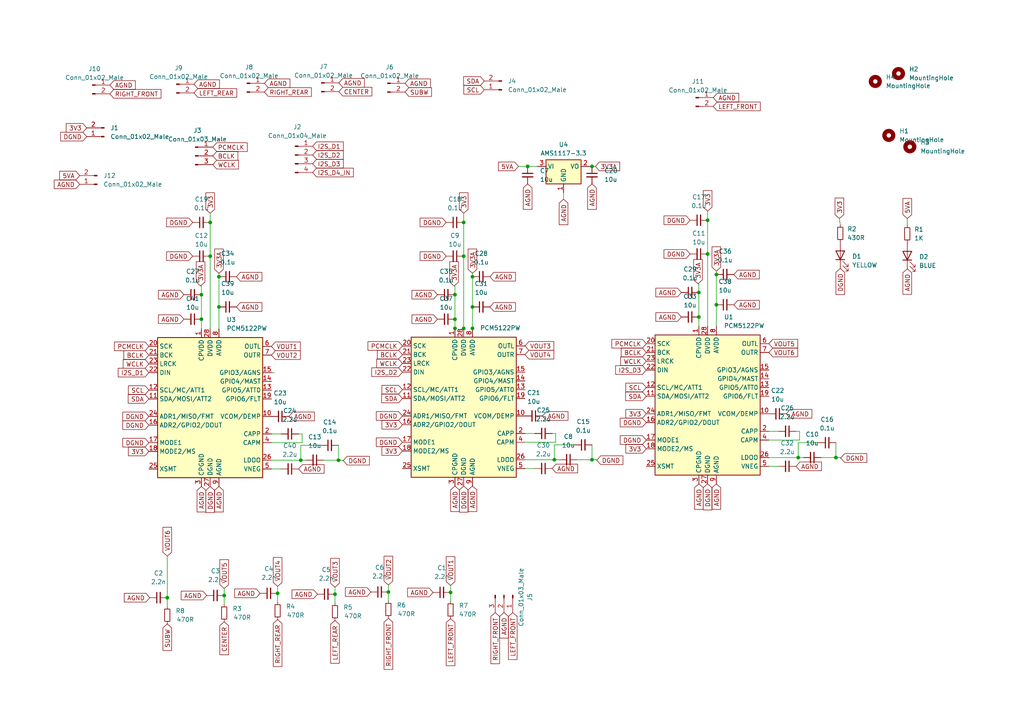
<source format=kicad_sch>
(kicad_sch (version 20230121) (generator eeschema)
  (paper "A4")
  (lib_symbols
    (symbol "Audio:PCM5122PW"
      (property "Reference" "U" (at -13.97 21.59 0))
      (property "Value" "PCM5122PW" (at 10.16 21.59 0))
      (symbol "PCM5122PW_0_1"
        (rectangle (start -15.24 20.32) (end 15.24 -20.32) (stroke (width 0.254)) (fill (type background)))
      )
      (symbol "PCM5122PW_1_1"
        (pin power_in line (at -2.54 22.86 270) (length 2.54) (name "CPVDD") (number "1"))
        (pin bidirectional line (at 17.78 -2.54 180) (length 2.54) (name "VCOM/DEMP") (number "10"))
        (pin bidirectional line (at -17.78 2.54 0) (length 2.54) (name "SDA/MOSI/ATT2") (number "11"))
        (pin input line (at -17.78 5.08 0) (length 2.54) (name "SCL/MC/ATT1") (number "12"))
        (pin bidirectional line (at 17.78 5.08 180) (length 2.54) (name "GPIO5/ATT0") (number "13"))
        (pin bidirectional line (at 17.78 7.62 180) (length 2.54) (name "GPIO4/MAST") (number "14"))
        (pin bidirectional line (at 17.78 10.16 180) (length 2.54) (name "GPIO3/AGNS") (number "15"))
        (pin bidirectional line (at -17.78 -5.08 0) (length 2.54) (name "ADR2/GPIO2/DOUT") (number "16"))
        (pin input line (at -17.78 -10.16 0) (length 2.54) (name "MODE1") (number "17"))
        (pin input line (at -17.78 -12.7 0) (length 2.54) (name "MODE2/MS") (number "18"))
        (pin bidirectional line (at 17.78 2.54 180) (length 2.54) (name "GPIO6/FLT") (number "19"))
        (pin passive line (at 17.78 -7.62 180) (length 2.54) (name "CAPP") (number "2"))
        (pin input line (at -17.78 17.78 0) (length 2.54) (name "SCK") (number "20"))
        (pin bidirectional line (at -17.78 15.24 0) (length 2.54) (name "BCK") (number "21"))
        (pin input line (at -17.78 10.16 0) (length 2.54) (name "DIN") (number "22"))
        (pin bidirectional line (at -17.78 12.7 0) (length 2.54) (name "LRCK") (number "23"))
        (pin bidirectional line (at -17.78 -2.54 0) (length 2.54) (name "ADR1/MISO/FMT") (number "24"))
        (pin input line (at -17.78 -17.78 0) (length 2.54) (name "XSMT") (number "25"))
        (pin passive line (at 17.78 -15.24 180) (length 2.54) (name "LDOO") (number "26"))
        (pin power_in line (at 0 -22.86 90) (length 2.54) (name "DGND") (number "27"))
        (pin power_in line (at 0 22.86 270) (length 2.54) (name "DVDD") (number "28"))
        (pin power_in line (at -2.54 -22.86 90) (length 2.54) (name "CPGND") (number "3"))
        (pin passive line (at 17.78 -10.16 180) (length 2.54) (name "CAPM") (number "4"))
        (pin passive line (at 17.78 -17.78 180) (length 2.54) (name "VNEG") (number "5"))
        (pin output line (at 17.78 17.78 180) (length 2.54) (name "OUTL") (number "6"))
        (pin output line (at 17.78 15.24 180) (length 2.54) (name "OUTR") (number "7"))
        (pin power_in line (at 2.54 22.86 270) (length 2.54) (name "AVDD") (number "8"))
        (pin power_in line (at 2.54 -22.86 90) (length 2.54) (name "AGND") (number "9"))
      )
    )
    (symbol "Connector:Conn_01x02_Male" (pin_names (offset 1.016) hide)
      (property "Reference" "J" (at 0 2.54 0))
      (property "Value" "Conn_01x02_Male" (at 0 -5.08 0))
      (symbol "Conn_01x02_Male_1_1"
        (polyline (pts (xy 1.27 -2.54) (xy 0.8636 -2.54)) (stroke (width 0.1524)))
        (polyline (pts (xy 1.27 0) (xy 0.8636 0)) (stroke (width 0.1524)))
        (rectangle (start 0.8636 -2.413) (end 0 -2.667) (stroke (width 0.1524)) (fill (type outline)))
        (rectangle (start 0.8636 0.127) (end 0 -0.127) (stroke (width 0.1524)) (fill (type outline)))
        (pin passive line (at 5.08 0 180) (length 3.81) (name "Pin_1") (number "1"))
        (pin passive line (at 5.08 -2.54 180) (length 3.81) (name "Pin_2") (number "2"))
      )
    )
    (symbol "Connector:Conn_01x03_Male" (pin_names (offset 1.016) hide)
      (property "Reference" "J" (at 0 5.08 0))
      (property "Value" "Conn_01x03_Male" (at 0 -5.08 0))
      (symbol "Conn_01x03_Male_1_1"
        (polyline (pts (xy 1.27 -2.54) (xy 0.8636 -2.54)) (stroke (width 0.1524)))
        (polyline (pts (xy 1.27 0) (xy 0.8636 0)) (stroke (width 0.1524)))
        (polyline (pts (xy 1.27 2.54) (xy 0.8636 2.54)) (stroke (width 0.1524)))
        (rectangle (start 0.8636 -2.413) (end 0 -2.667) (stroke (width 0.1524)) (fill (type outline)))
        (rectangle (start 0.8636 0.127) (end 0 -0.127) (stroke (width 0.1524)) (fill (type outline)))
        (rectangle (start 0.8636 2.667) (end 0 2.413) (stroke (width 0.1524)) (fill (type outline)))
        (pin passive line (at 5.08 2.54 180) (length 3.81) (name "Pin_1") (number "1"))
        (pin passive line (at 5.08 0 180) (length 3.81) (name "Pin_2") (number "2"))
        (pin passive line (at 5.08 -2.54 180) (length 3.81) (name "Pin_3") (number "3"))
      )
    )
    (symbol "Connector:Conn_01x04_Male" (pin_names (offset 1.016) hide)
      (property "Reference" "J" (at 0 5.08 0))
      (property "Value" "Conn_01x04_Male" (at 0 -7.62 0))
      (symbol "Conn_01x04_Male_1_1"
        (polyline (pts (xy 1.27 -5.08) (xy 0.8636 -5.08)) (stroke (width 0.1524)))
        (polyline (pts (xy 1.27 -2.54) (xy 0.8636 -2.54)) (stroke (width 0.1524)))
        (polyline (pts (xy 1.27 0) (xy 0.8636 0)) (stroke (width 0.1524)))
        (polyline (pts (xy 1.27 2.54) (xy 0.8636 2.54)) (stroke (width 0.1524)))
        (rectangle (start 0.8636 -4.953) (end 0 -5.207) (stroke (width 0.1524)) (fill (type outline)))
        (rectangle (start 0.8636 -2.413) (end 0 -2.667) (stroke (width 0.1524)) (fill (type outline)))
        (rectangle (start 0.8636 0.127) (end 0 -0.127) (stroke (width 0.1524)) (fill (type outline)))
        (rectangle (start 0.8636 2.667) (end 0 2.413) (stroke (width 0.1524)) (fill (type outline)))
        (pin passive line (at 5.08 2.54 180) (length 3.81) (name "Pin_1") (number "1"))
        (pin passive line (at 5.08 0 180) (length 3.81) (name "Pin_2") (number "2"))
        (pin passive line (at 5.08 -2.54 180) (length 3.81) (name "Pin_3") (number "3"))
        (pin passive line (at 5.08 -5.08 180) (length 3.81) (name "Pin_4") (number "4"))
      )
    )
    (symbol "Device:C_Small" (pin_numbers hide) (pin_names (offset 0.254) hide)
      (property "Reference" "C" (at 0.254 1.778 0))
      (property "Value" "C_Small" (at 0.254 -2.032 0))
      (symbol "C_Small_0_1"
        (polyline (pts (xy -1.524 -0.508) (xy 1.524 -0.508)) (stroke (width 0.3302)))
        (polyline (pts (xy -1.524 0.508) (xy 1.524 0.508)) (stroke (width 0.3048)))
      )
      (symbol "C_Small_1_1"
        (pin passive line (at 0 2.54 270) (length 2.032) (name "~") (number "1"))
        (pin passive line (at 0 -2.54 90) (length 2.032) (name "~") (number "2"))
      )
    )
    (symbol "Device:LED" (pin_numbers hide) (pin_names (offset 1.016) hide)
      (property "Reference" "D" (at 0 2.54 0))
      (property "Value" "LED" (at 0 -2.54 0))
      (symbol "LED_0_1"
        (polyline (pts (xy -1.27 -1.27) (xy -1.27 1.27)) (stroke (width 0.254)))
        (polyline (pts (xy -1.27 0) (xy 1.27 0)))
        (polyline (pts (xy 1.27 -1.27) (xy 1.27 1.27) (xy -1.27 0) (xy 1.27 -1.27)) (stroke (width 0.254)))
        (polyline (pts (xy -3.048 -0.762) (xy -4.572 -2.286) (xy -3.81 -2.286) (xy -4.572 -2.286) (xy -4.572 -1.524)))
        (polyline (pts (xy -1.778 -0.762) (xy -3.302 -2.286) (xy -2.54 -2.286) (xy -3.302 -2.286) (xy -3.302 -1.524)))
      )
      (symbol "LED_1_1"
        (pin passive line (at -3.81 0 0) (length 2.54) (name "K") (number "1"))
        (pin passive line (at 3.81 0 180) (length 2.54) (name "A") (number "2"))
      )
    )
    (symbol "Device:R_Small" (pin_numbers hide) (pin_names (offset 0.254) hide)
      (property "Reference" "R" (at 0.762 0.508 0))
      (property "Value" "R_Small" (at 0.762 -1.016 0))
      (symbol "R_Small_0_1"
        (rectangle (start -0.762 1.778) (end 0.762 -1.778) (stroke (width 0.2032)))
      )
      (symbol "R_Small_1_1"
        (pin passive line (at 0 2.54 270) (length 0.762) (name "~") (number "1"))
        (pin passive line (at 0 -2.54 90) (length 0.762) (name "~") (number "2"))
      )
    )
    (symbol "Mechanical:MountingHole" (pin_names (offset 1.016))
      (property "Reference" "H" (at 0 5.08 0))
      (property "Value" "MountingHole" (at 0 3.175 0))
      (symbol "MountingHole_0_1"
        (circle (center 0 0) (radius 1.27) (stroke (width 1.27)))
      )
    )
    (symbol "Regulator_Linear:AMS1117-3.3"
      (property "Reference" "U" (at -3.81 3.175 0))
      (property "Value" "AMS1117-3.3" (at 0 3.175 0))
      (symbol "AMS1117-3.3_0_1"
        (rectangle (start -5.08 -5.08) (end 5.08 1.905) (stroke (width 0.254)) (fill (type background)))
      )
      (symbol "AMS1117-3.3_1_1"
        (pin power_in line (at 0 -7.62 90) (length 2.54) (name "GND") (number "1"))
        (pin power_out line (at 7.62 0 180) (length 2.54) (name "VO") (number "2"))
        (pin power_in line (at -7.62 0 0) (length 2.54) (name "VI") (number "3"))
      )
    )
  )
  (junction (at 137.033 80.264))
  (junction (at 137.033 89.027))
  (junction (at 137.033 95.25))
  (junction (at 131.953 92.583))
  (junction (at 171.704 133.35))
  (junction (at 134.493 95.25))
  (junction (at 131.953 85.471))
  (junction (at 63.5 80.264))
  (junction (at 207.772 88.392))
  (junction (at 58.42 92.583))
  (junction (at 207.772 79.629))
  (junction (at 205.232 63.881))
  (junction (at 112.649 171.704))
  (junction (at 171.704 48.26))
  (junction (at 134.493 64.516))
  (junction (at 65.024 172.72))
  (junction (at 87.249 133.477))
  (junction (at 98.171 133.477))
  (junction (at 80.518 172.085))
  (junction (at 131.953 95.25))
  (junction (at 63.5 89.027))
  (junction (at 60.96 64.516))
  (junction (at 160.782 133.35))
  (junction (at 97.155 172.339))
  (junction (at 153.035 48.26))
  (junction (at 205.232 73.66))
  (junction (at 231.521 132.715))
  (junction (at 58.42 85.471))
  (junction (at 48.514 173.355))
  (junction (at 242.443 132.715))
  (junction (at 202.692 91.948))
  (junction (at 202.692 84.836))
  (junction (at 60.96 74.295))
  (junction (at 134.493 74.295))
  (junction (at 130.683 171.831))
  (wire (pts (xy 80.518 170.053) (xy 80.518 172.085)))
  (wire (pts (xy 130.683 171.831) (xy 130.683 174.371)))
  (wire (pts (xy 60.96 64.516) (xy 60.96 74.295)))
  (wire (pts (xy 81.534 136.017) (xy 78.74 136.017)))
  (wire (pts (xy 231.902 127.635) (xy 223.012 127.635)))
  (wire (pts (xy 172.974 133.477) (xy 172.974 133.35)))
  (wire (pts (xy 97.155 172.339) (xy 97.155 174.879)))
  (wire (pts (xy 131.953 92.583) (xy 131.953 95.25)))
  (wire (pts (xy 231.521 128.397) (xy 231.521 132.715)))
  (wire (pts (xy 58.42 82.931) (xy 58.42 85.471)))
  (wire (pts (xy 58.42 85.471) (xy 58.42 92.583)))
  (wire (pts (xy 87.249 129.159) (xy 87.249 133.477)))
  (wire (pts (xy 171.704 133.35) (xy 167.386 133.35)))
  (wire (pts (xy 225.806 125.095) (xy 223.012 125.095)))
  (wire (pts (xy 243.713 132.842) (xy 243.713 132.715)))
  (wire (pts (xy 48.514 161.29) (xy 48.514 173.355)))
  (wire (pts (xy 48.514 173.355) (xy 48.514 175.895)))
  (wire (pts (xy 112.649 169.672) (xy 112.649 171.704)))
  (wire (pts (xy 137.033 89.027) (xy 137.033 95.25)))
  (wire (pts (xy 81.534 125.857) (xy 78.74 125.857)))
  (wire (pts (xy 65.024 172.72) (xy 65.024 175.26)))
  (wire (pts (xy 171.704 48.26) (xy 171.069 48.26)))
  (wire (pts (xy 58.42 92.583) (xy 58.42 95.377)))
  (wire (pts (xy 231.521 128.397) (xy 237.363 128.397)))
  (wire (pts (xy 153.035 48.26) (xy 155.829 48.26)))
  (wire (pts (xy 172.974 133.35) (xy 171.704 133.35)))
  (wire (pts (xy 155.067 135.89) (xy 152.273 135.89)))
  (wire (pts (xy 131.953 85.471) (xy 131.953 92.583)))
  (wire (pts (xy 160.782 129.032) (xy 160.782 133.35)))
  (wire (pts (xy 225.806 135.255) (xy 223.012 135.255)))
  (wire (pts (xy 99.568 133.604) (xy 99.441 133.604)))
  (wire (pts (xy 173.101 133.477) (xy 172.974 133.477)))
  (wire (pts (xy 233.045 132.715) (xy 231.521 132.715)))
  (wire (pts (xy 137.033 95.25) (xy 137.033 95.377)))
  (wire (pts (xy 86.614 125.857) (xy 87.63 125.857)))
  (wire (pts (xy 205.232 61.214) (xy 205.232 63.881)))
  (wire (pts (xy 243.84 132.842) (xy 243.713 132.842)))
  (wire (pts (xy 160.782 133.35) (xy 152.273 133.35)))
  (wire (pts (xy 202.692 82.296) (xy 202.692 84.836)))
  (wire (pts (xy 131.699 82.931) (xy 131.953 82.931)))
  (wire (pts (xy 98.171 129.159) (xy 98.171 133.477)))
  (wire (pts (xy 131.953 82.931) (xy 131.953 85.471)))
  (wire (pts (xy 134.493 61.849) (xy 134.493 64.516)))
  (wire (pts (xy 60.96 61.849) (xy 60.96 64.516)))
  (wire (pts (xy 134.493 74.295) (xy 134.493 95.25)))
  (wire (pts (xy 161.163 128.27) (xy 152.273 128.27)))
  (wire (pts (xy 231.521 132.715) (xy 223.012 132.715)))
  (wire (pts (xy 160.147 125.73) (xy 161.163 125.73)))
  (wire (pts (xy 137.033 80.264) (xy 137.033 89.027)))
  (wire (pts (xy 163.449 57.785) (xy 163.449 55.88)))
  (wire (pts (xy 63.5 79.248) (xy 63.5 80.264)))
  (wire (pts (xy 243.459 63.373) (xy 243.713 65.151)))
  (wire (pts (xy 202.438 82.296) (xy 202.692 82.296)))
  (wire (pts (xy 150.368 48.26) (xy 153.035 48.26)))
  (wire (pts (xy 87.249 133.477) (xy 78.74 133.477)))
  (wire (pts (xy 97.155 170.307) (xy 97.155 172.339)))
  (wire (pts (xy 207.772 78.613) (xy 207.772 79.629)))
  (wire (pts (xy 207.772 88.392) (xy 207.772 94.615)))
  (wire (pts (xy 87.63 128.397) (xy 78.74 128.397)))
  (wire (pts (xy 162.306 133.35) (xy 160.782 133.35)))
  (wire (pts (xy 112.649 171.704) (xy 112.649 174.244)))
  (wire (pts (xy 58.166 82.931) (xy 58.42 82.931)))
  (wire (pts (xy 171.704 129.032) (xy 171.704 133.35)))
  (wire (pts (xy 131.953 95.25) (xy 131.953 95.377)))
  (wire (pts (xy 207.772 79.629) (xy 207.772 88.392)))
  (wire (pts (xy 87.63 125.857) (xy 87.63 128.397)))
  (wire (pts (xy 134.493 95.25) (xy 134.493 95.377)))
  (wire (pts (xy 202.692 84.836) (xy 202.692 91.948)))
  (wire (pts (xy 231.902 125.095) (xy 231.902 127.635)))
  (wire (pts (xy 63.5 80.264) (xy 63.5 89.027)))
  (wire (pts (xy 155.067 125.73) (xy 152.273 125.73)))
  (wire (pts (xy 65.024 170.688) (xy 65.024 172.72)))
  (wire (pts (xy 99.441 133.477) (xy 98.171 133.477)))
  (wire (pts (xy 88.773 133.477) (xy 87.249 133.477)))
  (wire (pts (xy 242.443 128.397) (xy 242.443 132.715)))
  (wire (pts (xy 172.72 48.26) (xy 171.704 48.26)))
  (wire (pts (xy 161.163 125.73) (xy 161.163 128.27)))
  (wire (pts (xy 205.232 63.881) (xy 205.232 73.66)))
  (wire (pts (xy 160.782 129.032) (xy 166.624 129.032)))
  (wire (pts (xy 63.5 89.027) (xy 63.5 95.377)))
  (wire (pts (xy 134.493 64.516) (xy 134.493 74.295)))
  (wire (pts (xy 98.171 133.477) (xy 93.853 133.477)))
  (wire (pts (xy 99.441 133.604) (xy 99.441 133.477)))
  (wire (pts (xy 202.692 91.948) (xy 202.692 94.615)))
  (wire (pts (xy 137.033 79.248) (xy 137.033 80.264)))
  (wire (pts (xy 242.443 132.715) (xy 238.125 132.715)))
  (wire (pts (xy 79.629 108.077) (xy 78.74 108.077)))
  (wire (pts (xy 263.144 63.373) (xy 263.144 65.278)))
  (wire (pts (xy 80.518 172.085) (xy 80.518 174.625)))
  (wire (pts (xy 230.886 125.095) (xy 231.902 125.095)))
  (wire (pts (xy 60.96 74.295) (xy 60.96 95.377)))
  (wire (pts (xy 205.232 73.66) (xy 205.232 94.615)))
  (wire (pts (xy 243.713 132.715) (xy 242.443 132.715)))
  (wire (pts (xy 130.683 169.799) (xy 130.683 171.831)))
  (wire (pts (xy 87.249 129.159) (xy 93.091 129.159)))
  (global_label "AGND" (shape input) (at 230.886 135.255 0) (property "Intersheetrefs" "${INTERSHEET_REFS}" (effects hide)))
  (global_label "3V3" (shape input) (at 60.96 61.849 90) (property "Intersheetrefs" "${INTERSHEET_REFS}" (effects hide)))
  (global_label "I2S_D2" (shape input) (at 90.678 44.958 0) (property "Intersheetrefs" "${INTERSHEET_REFS}" (effects hide)))
  (global_label "AGND" (shape input) (at 125.603 171.831 180) (property "Intersheetrefs" "${INTERSHEET_REFS}" (effects hide)))
  (global_label "DGND" (shape input) (at 116.713 120.65 180) (property "Intersheetrefs" "${INTERSHEET_REFS}" (effects hide)))
  (global_label "3V3" (shape input) (at 43.18 130.937 180) (property "Intersheetrefs" "${INTERSHEET_REFS}" (effects hide)))
  (global_label "AGND" (shape input) (at 68.58 89.027 0) (property "Intersheetrefs" "${INTERSHEET_REFS}" (effects hide)))
  (global_label "LEFT_REAR" (shape input) (at 56.2528 26.958 0) (property "Intersheetrefs" "${INTERSHEET_REFS}" (effects hide)))
  (global_label "AGND" (shape input) (at 157.353 120.65 0) (property "Intersheetrefs" "${INTERSHEET_REFS}" (effects hide)))
  (global_label "RIGHT_REAR" (shape input) (at 80.518 179.705 270) (property "Intersheetrefs" "${INTERSHEET_REFS}" (effects hide)))
  (global_label "AGND" (shape input) (at 117.4668 24.164 0) (property "Intersheetrefs" "${INTERSHEET_REFS}" (effects hide)))
  (global_label "3V3A" (shape input) (at 202.438 82.296 90) (property "Intersheetrefs" "${INTERSHEET_REFS}" (effects hide)))
  (global_label "3V3" (shape input) (at 116.713 123.19 180) (property "Intersheetrefs" "${INTERSHEET_REFS}" (effects hide)))
  (global_label "3V3" (shape input) (at 116.713 130.81 180) (property "Intersheetrefs" "${INTERSHEET_REFS}" (effects hide)))
  (global_label "LEFT_FRONT" (shape input) (at 148.717 177.673 270) (property "Intersheetrefs" "${INTERSHEET_REFS}" (effects hide)))
  (global_label "SCL" (shape input) (at 116.713 113.03 180) (property "Intersheetrefs" "${INTERSHEET_REFS}" (effects hide)))
  (global_label "RIGHT_FRONT" (shape input) (at 143.637 177.673 270) (property "Intersheetrefs" "${INTERSHEET_REFS}" (effects hide)))
  (global_label "BCLK" (shape input) (at 61.722 45.212 0) (property "Intersheetrefs" "${INTERSHEET_REFS}" (effects hide)))
  (global_label "DGND" (shape input) (at 43.18 128.397 180) (property "Intersheetrefs" "${INTERSHEET_REFS}" (effects hide)))
  (global_label "3V3" (shape input) (at 187.452 130.175 180) (property "Intersheetrefs" "${INTERSHEET_REFS}" (effects hide)))
  (global_label "VOUT1" (shape input) (at 130.683 169.799 90) (property "Intersheetrefs" "${INTERSHEET_REFS}" (effects hide)))
  (global_label "LEFT_REAR" (shape input) (at 97.155 179.959 270) (property "Intersheetrefs" "${INTERSHEET_REFS}" (effects hide)))
  (global_label "AGND" (shape input) (at 137.033 140.97 270) (property "Intersheetrefs" "${INTERSHEET_REFS}" (effects hide)))
  (global_label "CENTER" (shape input) (at 98.2898 26.577 0) (property "Intersheetrefs" "${INTERSHEET_REFS}" (effects hide)))
  (global_label "3V3A" (shape input) (at 172.72 48.26 0) (property "Intersheetrefs" "${INTERSHEET_REFS}" (effects hide)))
  (global_label "DGND" (shape input) (at 55.88 64.516 180) (property "Intersheetrefs" "${INTERSHEET_REFS}" (effects hide)))
  (global_label "VOUT2" (shape input) (at 78.74 102.997 0) (property "Intersheetrefs" "${INTERSHEET_REFS}" (effects hide)))
  (global_label "VOUT2" (shape input) (at 112.649 169.672 90) (property "Intersheetrefs" "${INTERSHEET_REFS}" (effects hide)))
  (global_label "SDA" (shape input) (at 140.462 23.495 180) (property "Intersheetrefs" "${INTERSHEET_REFS}" (effects hide)))
  (global_label "5VA" (shape input) (at 150.368 48.26 180) (property "Intersheetrefs" "${INTERSHEET_REFS}" (effects hide)))
  (global_label "DGND" (shape input) (at 60.96 141.097 270) (property "Intersheetrefs" "${INTERSHEET_REFS}" (effects hide)))
  (global_label "AGND" (shape input) (at 98.2898 24.037 0) (property "Intersheetrefs" "${INTERSHEET_REFS}" (effects hide)))
  (global_label "WCLK" (shape input) (at 61.722 47.752 0) (property "Intersheetrefs" "${INTERSHEET_REFS}" (effects hide)))
  (global_label "PCMCLK" (shape input) (at 61.722 42.672 0) (property "Intersheetrefs" "${INTERSHEET_REFS}" (effects hide)))
  (global_label "I2S_D3" (shape input) (at 187.452 107.315 180) (property "Intersheetrefs" "${INTERSHEET_REFS}" (effects hide)))
  (global_label "3V3" (shape input) (at 187.452 120.015 180) (property "Intersheetrefs" "${INTERSHEET_REFS}" (effects hide)))
  (global_label "AGND" (shape input) (at 43.434 173.355 180) (property "Intersheetrefs" "${INTERSHEET_REFS}" (effects hide)))
  (global_label "DGND" (shape input) (at 173.101 133.477 0) (property "Intersheetrefs" "${INTERSHEET_REFS}" (effects hide)))
  (global_label "AGND" (shape input) (at 53.34 92.583 180) (property "Intersheetrefs" "${INTERSHEET_REFS}" (effects hide)))
  (global_label "AGND" (shape input) (at 171.704 53.34 270) (property "Intersheetrefs" "${INTERSHEET_REFS}" (effects hide)))
  (global_label "AGND" (shape input) (at 197.612 84.836 180) (property "Intersheetrefs" "${INTERSHEET_REFS}" (effects hide)))
  (global_label "VOUT4" (shape input) (at 80.518 170.053 90) (property "Intersheetrefs" "${INTERSHEET_REFS}" (effects hide)))
  (global_label "AGND" (shape input) (at 202.692 140.335 270) (property "Intersheetrefs" "${INTERSHEET_REFS}" (effects hide)))
  (global_label "DGND" (shape input) (at 243.84 132.842 0) (property "Intersheetrefs" "${INTERSHEET_REFS}" (effects hide)))
  (global_label "AGND" (shape input) (at 163.449 57.785 270) (property "Intersheetrefs" "${INTERSHEET_REFS}" (effects hide)))
  (global_label "DGND" (shape input) (at 129.413 64.516 180) (property "Intersheetrefs" "${INTERSHEET_REFS}" (effects hide)))
  (global_label "AGND" (shape input) (at 207.772 140.335 270) (property "Intersheetrefs" "${INTERSHEET_REFS}" (effects hide)))
  (global_label "3V3A" (shape input) (at 58.166 82.931 90) (property "Intersheetrefs" "${INTERSHEET_REFS}" (effects hide)))
  (global_label "AGND" (shape input) (at 131.953 140.97 270) (property "Intersheetrefs" "${INTERSHEET_REFS}" (effects hide)))
  (global_label "AGND" (shape input) (at 31.8688 24.672 0) (property "Intersheetrefs" "${INTERSHEET_REFS}" (effects hide)))
  (global_label "VOUT5" (shape input) (at 223.012 99.695 0) (property "Intersheetrefs" "${INTERSHEET_REFS}" (effects hide)))
  (global_label "3V3A" (shape input) (at 207.772 78.613 90) (property "Intersheetrefs" "${INTERSHEET_REFS}" (effects hide)))
  (global_label "BCLK" (shape input) (at 187.452 102.235 180) (property "Intersheetrefs" "${INTERSHEET_REFS}" (effects hide)))
  (global_label "3V3A" (shape input) (at 137.033 79.248 90) (property "Intersheetrefs" "${INTERSHEET_REFS}" (effects hide)))
  (global_label "LEFT_FRONT" (shape input) (at 206.883 30.861 0) (property "Intersheetrefs" "${INTERSHEET_REFS}" (effects hide)))
  (global_label "SUBW" (shape input) (at 117.4668 26.704 0) (property "Intersheetrefs" "${INTERSHEET_REFS}" (effects hide)))
  (global_label "AGND" (shape input) (at 206.883 28.321 0) (property "Intersheetrefs" "${INTERSHEET_REFS}" (effects hide)))
  (global_label "AGND" (shape input) (at 56.2528 24.418 0) (property "Intersheetrefs" "${INTERSHEET_REFS}" (effects hide)))
  (global_label "LEFT_FRONT" (shape input) (at 130.683 179.451 270) (property "Intersheetrefs" "${INTERSHEET_REFS}" (effects hide)))
  (global_label "WCLK" (shape input) (at 187.452 104.775 180) (property "Intersheetrefs" "${INTERSHEET_REFS}" (effects hide)))
  (global_label "AGND" (shape input) (at 68.58 80.264 0) (property "Intersheetrefs" "${INTERSHEET_REFS}" (effects hide)))
  (global_label "AGND" (shape input) (at 228.092 120.015 0) (property "Intersheetrefs" "${INTERSHEET_REFS}" (effects hide)))
  (global_label "AGND" (shape input) (at 76.6998 24.164 0) (property "Intersheetrefs" "${INTERSHEET_REFS}" (effects hide)))
  (global_label "VOUT3" (shape input) (at 97.155 170.307 90) (property "Intersheetrefs" "${INTERSHEET_REFS}" (effects hide)))
  (global_label "DGND" (shape input) (at 55.88 74.295 180) (property "Intersheetrefs" "${INTERSHEET_REFS}" (effects hide)))
  (global_label "3V3A" (shape input) (at 63.5 79.248 90) (property "Intersheetrefs" "${INTERSHEET_REFS}" (effects hide)))
  (global_label "DGND" (shape input) (at 200.152 73.66 180) (property "Intersheetrefs" "${INTERSHEET_REFS}" (effects hide)))
  (global_label "3V3" (shape input) (at 205.232 61.214 90) (property "Intersheetrefs" "${INTERSHEET_REFS}" (effects hide)))
  (global_label "RIGHT_FRONT" (shape input) (at 112.649 179.324 270) (property "Intersheetrefs" "${INTERSHEET_REFS}" (effects hide)))
  (global_label "DGND" (shape input) (at 129.413 74.295 180) (property "Intersheetrefs" "${INTERSHEET_REFS}" (effects hide)))
  (global_label "DGND" (shape input) (at 134.493 140.97 270) (property "Intersheetrefs" "${INTERSHEET_REFS}" (effects hide)))
  (global_label "I2S_D1" (shape input) (at 43.18 108.077 180) (property "Intersheetrefs" "${INTERSHEET_REFS}" (effects hide)))
  (global_label "DGND" (shape input) (at 99.568 133.604 0) (property "Intersheetrefs" "${INTERSHEET_REFS}" (effects hide)))
  (global_label "VOUT4" (shape input) (at 152.273 102.87 0) (property "Intersheetrefs" "${INTERSHEET_REFS}" (effects hide)))
  (global_label "DGND" (shape input) (at 43.18 120.777 180) (property "Intersheetrefs" "${INTERSHEET_REFS}" (effects hide)))
  (global_label "I2S_D1" (shape input) (at 90.678 42.418 0) (property "Intersheetrefs" "${INTERSHEET_REFS}" (effects hide)))
  (global_label "AGND" (shape input) (at 59.944 172.72 180) (property "Intersheetrefs" "${INTERSHEET_REFS}" (effects hide)))
  (global_label "AGND" (shape input) (at 92.075 172.339 180) (property "Intersheetrefs" "${INTERSHEET_REFS}" (effects hide)))
  (global_label "SCL" (shape input) (at 140.462 26.035 180) (property "Intersheetrefs" "${INTERSHEET_REFS}" (effects hide)))
  (global_label "5VA" (shape input) (at 23.114 50.927 180) (property "Intersheetrefs" "${INTERSHEET_REFS}" (effects hide)))
  (global_label "DGND" (shape input) (at 116.713 128.27 180) (property "Intersheetrefs" "${INTERSHEET_REFS}" (effects hide)))
  (global_label "AGND" (shape input) (at 126.873 92.583 180) (property "Intersheetrefs" "${INTERSHEET_REFS}" (effects hide)))
  (global_label "DGND" (shape input) (at 25.146 39.624 180) (property "Intersheetrefs" "${INTERSHEET_REFS}" (effects hide)))
  (global_label "AGND" (shape input) (at 197.612 91.948 180) (property "Intersheetrefs" "${INTERSHEET_REFS}" (effects hide)))
  (global_label "AGND" (shape input) (at 63.5 141.097 270) (property "Intersheetrefs" "${INTERSHEET_REFS}" (effects hide)))
  (global_label "AGND" (shape input) (at 86.614 136.017 0) (property "Intersheetrefs" "${INTERSHEET_REFS}" (effects hide)))
  (global_label "BCLK" (shape input) (at 116.713 102.87 180) (property "Intersheetrefs" "${INTERSHEET_REFS}" (effects hide)))
  (global_label "AGND" (shape input) (at 142.113 89.027 0) (property "Intersheetrefs" "${INTERSHEET_REFS}" (effects hide)))
  (global_label "SCL" (shape input) (at 43.18 113.157 180) (property "Intersheetrefs" "${INTERSHEET_REFS}" (effects hide)))
  (global_label "SDA" (shape input) (at 187.452 114.935 180) (property "Intersheetrefs" "${INTERSHEET_REFS}" (effects hide)))
  (global_label "AGND" (shape input) (at 263.144 77.978 270) (property "Intersheetrefs" "${INTERSHEET_REFS}" (effects hide)))
  (global_label "5VA" (shape input) (at 263.144 63.373 90) (property "Intersheetrefs" "${INTERSHEET_REFS}" (effects hide)))
  (global_label "AGND" (shape input) (at 23.114 53.467 180) (property "Intersheetrefs" "${INTERSHEET_REFS}" (effects hide)))
  (global_label "CENTER" (shape input) (at 65.024 180.34 270) (property "Intersheetrefs" "${INTERSHEET_REFS}" (effects hide)))
  (global_label "AGND" (shape input) (at 107.569 171.704 180) (property "Intersheetrefs" "${INTERSHEET_REFS}" (effects hide)))
  (global_label "I2S_D4_IN" (shape input) (at 90.678 50.038 0) (property "Intersheetrefs" "${INTERSHEET_REFS}" (effects hide)))
  (global_label "DGND" (shape input) (at 205.232 140.335 270) (property "Intersheetrefs" "${INTERSHEET_REFS}" (effects hide)))
  (global_label "DGND" (shape input) (at 200.152 63.881 180) (property "Intersheetrefs" "${INTERSHEET_REFS}" (effects hide)))
  (global_label "3V3" (shape input) (at 134.493 61.849 90) (property "Intersheetrefs" "${INTERSHEET_REFS}" (effects hide)))
  (global_label "SDA" (shape input) (at 43.18 115.697 180) (property "Intersheetrefs" "${INTERSHEET_REFS}" (effects hide)))
  (global_label "AGND" (shape input) (at 75.438 172.085 180) (property "Intersheetrefs" "${INTERSHEET_REFS}" (effects hide)))
  (global_label "I2S_D3" (shape input) (at 90.678 47.498 0) (property "Intersheetrefs" "${INTERSHEET_REFS}" (effects hide)))
  (global_label "RIGHT_FRONT" (shape input) (at 31.8688 27.212 0) (property "Intersheetrefs" "${INTERSHEET_REFS}" (effects hide)))
  (global_label "VOUT3" (shape input) (at 152.273 100.33 0) (property "Intersheetrefs" "${INTERSHEET_REFS}" (effects hide)))
  (global_label "AGND" (shape input) (at 212.852 88.392 0) (property "Intersheetrefs" "${INTERSHEET_REFS}" (effects hide)))
  (global_label "DGND" (shape input) (at 187.452 122.555 180) (property "Intersheetrefs" "${INTERSHEET_REFS}" (effects hide)))
  (global_label "VOUT6" (shape input) (at 48.514 161.29 90) (property "Intersheetrefs" "${INTERSHEET_REFS}" (effects hide)))
  (global_label "AGND" (shape input) (at 142.113 80.264 0) (property "Intersheetrefs" "${INTERSHEET_REFS}" (effects hide)))
  (global_label "VOUT6" (shape input) (at 223.012 102.235 0) (property "Intersheetrefs" "${INTERSHEET_REFS}" (effects hide)))
  (global_label "3V3" (shape input) (at 25.146 37.084 180) (property "Intersheetrefs" "${INTERSHEET_REFS}" (effects hide)))
  (global_label "SCL" (shape input) (at 187.452 112.395 180) (property "Intersheetrefs" "${INTERSHEET_REFS}" (effects hide)))
  (global_label "WCLK" (shape input) (at 43.18 105.537 180) (property "Intersheetrefs" "${INTERSHEET_REFS}" (effects hide)))
  (global_label "AGND" (shape input) (at 58.42 141.097 270) (property "Intersheetrefs" "${INTERSHEET_REFS}" (effects hide)))
  (global_label "3V3" (shape input) (at 243.459 63.373 90) (property "Intersheetrefs" "${INTERSHEET_REFS}" (effects hide)))
  (global_label "WCLK" (shape input) (at 116.713 105.41 180) (property "Intersheetrefs" "${INTERSHEET_REFS}" (effects hide)))
  (global_label "RIGHT_REAR" (shape input) (at 76.6998 26.704 0) (property "Intersheetrefs" "${INTERSHEET_REFS}" (effects hide)))
  (global_label "3V3A" (shape input) (at 131.699 82.931 90) (property "Intersheetrefs" "${INTERSHEET_REFS}" (effects hide)))
  (global_label "DGND" (shape input) (at 43.18 123.317 180) (property "Intersheetrefs" "${INTERSHEET_REFS}" (effects hide)))
  (global_label "AGND" (shape input) (at 153.035 53.34 270) (property "Intersheetrefs" "${INTERSHEET_REFS}" (effects hide)))
  (global_label "AGND" (shape input) (at 53.34 85.471 180) (property "Intersheetrefs" "${INTERSHEET_REFS}" (effects hide)))
  (global_label "VOUT1" (shape input) (at 78.74 100.457 0) (property "Intersheetrefs" "${INTERSHEET_REFS}" (effects hide)))
  (global_label "BCLK" (shape input) (at 43.18 102.997 180) (property "Intersheetrefs" "${INTERSHEET_REFS}" (effects hide)))
  (global_label "SDA" (shape input) (at 116.713 115.57 180) (property "Intersheetrefs" "${INTERSHEET_REFS}" (effects hide)))
  (global_label "DGND" (shape input) (at 187.452 127.635 180) (property "Intersheetrefs" "${INTERSHEET_REFS}" (effects hide)))
  (global_label "AGND" (shape input) (at 160.147 135.89 0) (property "Intersheetrefs" "${INTERSHEET_REFS}" (effects hide)))
  (global_label "DGND" (shape input) (at 243.713 77.851 270) (property "Intersheetrefs" "${INTERSHEET_REFS}" (effects hide)))
  (global_label "AGND" (shape input) (at 212.852 79.629 0) (property "Intersheetrefs" "${INTERSHEET_REFS}" (effects hide)))
  (global_label "I2S_D2" (shape input) (at 116.713 107.95 180) (property "Intersheetrefs" "${INTERSHEET_REFS}" (effects hide)))
  (global_label "SUBW" (shape input) (at 48.514 180.975 270) (property "Intersheetrefs" "${INTERSHEET_REFS}" (effects hide)))
  (global_label "PCMCLK" (shape input) (at 116.713 100.33 180) (property "Intersheetrefs" "${INTERSHEET_REFS}" (effects hide)))
  (global_label "PCMCLK" (shape input) (at 43.18 100.457 180) (property "Intersheetrefs" "${INTERSHEET_REFS}" (effects hide)))
  (global_label "AGND" (shape input) (at 146.177 177.673 270) (property "Intersheetrefs" "${INTERSHEET_REFS}" (effects hide)))
  (global_label "VOUT5" (shape input) (at 65.024 170.688 90) (property "Intersheetrefs" "${INTERSHEET_REFS}" (effects hide)))
  (global_label "AGND" (shape input) (at 83.82 120.777 0) (property "Intersheetrefs" "${INTERSHEET_REFS}" (effects hide)))
  (global_label "AGND" (shape input) (at 126.873 85.471 180) (property "Intersheetrefs" "${INTERSHEET_REFS}" (effects hide)))
  (global_label "PCMCLK" (shape input) (at 187.452 99.695 180) (property "Intersheetrefs" "${INTERSHEET_REFS}" (effects hide)))
  (symbol (lib_id "Device:C_Small") (at 164.846 133.35 270) (unit 1)
    (property "Reference" "C8" (at 164.8396 126.619 90))
    (property "Value" "10u" (at 164.8396 129.159 90))
    (property "Footprint" "Capacitor_SMD:C_1206_3216Metric_Pad1.33x1.80mm_HandSolder" (effects hide))
  )
  (symbol (lib_id "Connector:Conn_01x02_Male") (at 145.542 26.035 180) (unit 1)
    (property "Reference" "J4" (at 147.32 23.4949 0) (effects (justify right)))
    (property "Value" "Conn_01x02_Male" (at 147.32 26.0349 0) (effects (justify right)))
    (property "Footprint" "Connector_JST:JST_PH_B2B-PH-K_1x02_P2.00mm_Vertical" (effects hide))
  )
  (symbol (lib_id "Connector:Conn_01x02_Male") (at 71.6198 24.164 0) (unit 1)
    (property "Reference" "J8" (at 72.2548 19.465 0))
    (property "Value" "Conn_01x02_Male" (at 72.2548 22.005 0))
    (property "Footprint" "Connector_JST:JST_PH_B2B-PH-K_1x02_P2.00mm_Vertical" (effects hide))
  )
  (symbol (lib_id "Device:C_Small") (at 239.903 128.397 90) (unit 1)
    (property "Reference" "C16" (at 239.9093 121.666 90))
    (property "Value" "0.1u" (at 239.9093 124.206 90))
    (property "Footprint" "Capacitor_SMD:C_0805_2012Metric_Pad1.18x1.45mm_HandSolder" (effects hide))
  )
  (symbol (lib_id "Connector:Conn_01x02_Male") (at 112.3868 24.164 0) (unit 1)
    (property "Reference" "J6" (at 113.0218 19.465 0))
    (property "Value" "Conn_01x02_Male" (at 113.0218 22.005 0))
    (property "Footprint" "Connector_JST:JST_PH_B2B-PH-K_1x02_P2.00mm_Vertical" (effects hide))
  )
  (symbol (lib_id "Connector:Conn_01x02_Male") (at 201.803 28.321 0) (unit 1)
    (property "Reference" "J11" (at 202.438 23.622 0))
    (property "Value" "Conn_01x02_Male" (at 202.438 26.162 0))
    (property "Footprint" "Connector_JST:JST_PH_B2B-PH-K_1x02_P2.00mm_Vertical" (effects hide))
  )
  (symbol (lib_id "Device:C_Small") (at 77.978 172.085 90) (unit 1)
    (property "Reference" "C4" (at 77.9843 164.973 90))
    (property "Value" "2.2n" (at 77.9843 167.513 90))
    (property "Footprint" "Capacitor_SMD:C_1206_3216Metric_Pad1.33x1.80mm_HandSolder" (effects hide))
  )
  (symbol (lib_id "Connector:Conn_01x03_Male") (at 56.642 45.212 0) (unit 1)
    (property "Reference" "J3" (at 57.277 37.846 0))
    (property "Value" "Conn_01x03_Male" (at 57.277 40.386 0))
    (property "Footprint" "Connector_JST:JST_PH_B3B-PH-K_1x03_P2.00mm_Vertical" (effects hide))
  )
  (symbol (lib_id "Device:C_Small") (at 154.813 120.65 270) (unit 1)
    (property "Reference" "C21" (at 154.8066 113.919 90))
    (property "Value" "10u" (at 154.8066 116.459 90))
    (property "Footprint" "Capacitor_SMD:C_1206_3216Metric_Pad1.33x1.80mm_HandSolder" (effects hide))
  )
  (symbol (lib_id "Device:C_Small") (at 169.164 129.032 90) (unit 1)
    (property "Reference" "C15" (at 169.1703 122.301 90))
    (property "Value" "0.1u" (at 169.1703 124.841 90))
    (property "Footprint" "Capacitor_SMD:C_0805_2012Metric_Pad1.18x1.45mm_HandSolder" (effects hide))
  )
  (symbol (lib_id "Device:C_Small") (at 66.04 89.027 90) (unit 1)
    (property "Reference" "C39" (at 66.0463 82.296 90))
    (property "Value" "10u" (at 66.0463 84.836 90))
    (property "Footprint" "Capacitor_SMD:C_1206_3216Metric_Pad1.33x1.80mm_HandSolder" (effects hide))
  )
  (symbol (lib_id "Connector:Conn_01x02_Male") (at 28.194 53.467 180) (unit 1)
    (property "Reference" "J12" (at 29.972 50.9269 0) (effects (justify right)))
    (property "Value" "Conn_01x02_Male" (at 29.972 53.4669 0) (effects (justify right)))
    (property "Footprint" "Connector_JST:JST_PH_B2B-PH-K_1x02_P2.00mm_Vertical" (effects hide))
  )
  (symbol (lib_id "Device:R_Small") (at 243.713 67.691 0) (unit 1)
    (property "Reference" "R2" (at 245.745 66.4209 0) (effects (justify left)))
    (property "Value" "430R" (at 245.745 68.9609 0) (effects (justify left)))
    (property "Footprint" "Resistor_SMD:R_0603_1608Metric_Pad0.98x0.95mm_HandSolder" (effects hide))
  )
  (symbol (lib_id "Mechanical:MountingHole") (at 260.604 21.336 0) (unit 1)
    (property "Reference" "H2" (at 263.652 20.0659 0) (effects (justify left)))
    (property "Value" "MountingHole" (at 263.652 22.6059 0) (effects (justify left)))
    (property "Footprint" "MountingHole:MountingHole_3.2mm_M3" (effects hide))
  )
  (symbol (lib_id "Device:C_Small") (at 81.28 120.777 270) (unit 1)
    (property "Reference" "C23" (at 81.2736 114.046 90))
    (property "Value" "10u" (at 81.2736 116.586 90))
    (property "Footprint" "Capacitor_SMD:C_1206_3216Metric_Pad1.33x1.80mm_HandSolder" (effects hide))
  )
  (symbol (lib_id "Connector:Conn_01x02_Male") (at 93.2098 24.037 0) (unit 1)
    (property "Reference" "J7" (at 93.8448 19.338 0))
    (property "Value" "Conn_01x02_Male" (at 93.8448 21.878 0))
    (property "Footprint" "Connector_JST:JST_PH_B2B-PH-K_1x02_P2.00mm_Vertical" (effects hide))
  )
  (symbol (lib_id "Device:C_Small") (at 153.035 50.8 0) (unit 1)
    (property "Reference" "C7" (at 156.591 49.5363 0) (effects (justify left)))
    (property "Value" "10u" (at 156.591 52.0763 0) (effects (justify left)))
    (property "Footprint" "Capacitor_SMD:C_1206_3216Metric_Pad1.33x1.80mm_HandSolder" (effects hide))
  )
  (symbol (lib_id "Device:C_Small") (at 131.953 64.516 90) (unit 1)
    (property "Reference" "C18" (at 131.9593 57.785 90))
    (property "Value" "0.1u" (at 131.9593 60.325 90))
    (property "Footprint" "Capacitor_SMD:C_0805_2012Metric_Pad1.18x1.45mm_HandSolder" (effects hide))
  )
  (symbol (lib_id "Device:R_Small") (at 263.144 67.818 0) (unit 1)
    (property "Reference" "R1" (at 265.176 66.5479 0) (effects (justify left)))
    (property "Value" "1K" (at 265.176 69.0879 0) (effects (justify left)))
    (property "Footprint" "Resistor_SMD:R_0603_1608Metric_Pad0.98x0.95mm_HandSolder" (effects hide))
  )
  (symbol (lib_id "Device:C_Small") (at 84.074 136.017 270) (unit 1)
    (property "Reference" "C40" (at 84.0676 129.286 90))
    (property "Value" "2.2u" (at 84.0676 131.826 90))
    (property "Footprint" "Capacitor_SMD:C_1206_3216Metric_Pad1.33x1.80mm_HandSolder" (effects hide))
  )
  (symbol (lib_id "Device:C_Small") (at 45.974 173.355 90) (unit 1)
    (property "Reference" "C2" (at 45.9803 166.243 90))
    (property "Value" "2.2n" (at 45.9803 168.783 90))
    (property "Footprint" "Capacitor_SMD:C_1206_3216Metric_Pad1.33x1.80mm_HandSolder" (effects hide))
  )
  (symbol (lib_id "Device:R_Small") (at 48.514 178.435 180) (unit 1)
    (property "Reference" "R8" (at 50.927 177.165 0) (effects (justify right)))
    (property "Value" "470R" (at 51.181 179.705 0) (effects (justify right)))
    (property "Footprint" "Resistor_SMD:R_1206_3216Metric_Pad1.30x1.75mm_HandSolder" (effects hide))
  )
  (symbol (lib_id "Device:LED") (at 263.144 74.168 90) (unit 1)
    (property "Reference" "D2" (at 266.573 74.4854 90) (effects (justify right)))
    (property "Value" "BLUE" (at 266.573 77.0254 90) (effects (justify right)))
    (property "Footprint" "LED_SMD:LED_0805_2012Metric_Pad1.15x1.40mm_HandSolder" (effects hide))
  )
  (symbol (lib_id "Device:C_Small") (at 228.346 135.255 270) (unit 1)
    (property "Reference" "C32" (at 228.3396 128.524 90))
    (property "Value" "2.2u" (at 228.3396 131.064 90))
    (property "Footprint" "Capacitor_SMD:C_1206_3216Metric_Pad1.33x1.80mm_HandSolder" (effects hide))
  )
  (symbol (lib_id "Connector:Conn_01x02_Male") (at 26.7888 24.672 0) (unit 1)
    (property "Reference" "J10" (at 27.4238 19.973 0))
    (property "Value" "Conn_01x02_Male" (at 27.4238 22.513 0))
    (property "Footprint" "Connector_JST:JST_PH_B2B-PH-K_1x02_P2.00mm_Vertical" (effects hide))
  )
  (symbol (lib_id "Device:C_Small") (at 210.312 79.629 90) (unit 1)
    (property "Reference" "C36" (at 210.3183 72.898 90))
    (property "Value" "0.1u" (at 210.3183 75.438 90))
    (property "Footprint" "Capacitor_SMD:C_0805_2012Metric_Pad1.18x1.45mm_HandSolder" (effects hide))
  )
  (symbol (lib_id "Device:C_Small") (at 58.42 74.295 270) (unit 1)
    (property "Reference" "C12" (at 58.4136 68.326 90))
    (property "Value" "10u" (at 58.4136 70.866 90))
    (property "Footprint" "Capacitor_SMD:C_1206_3216Metric_Pad1.33x1.80mm_HandSolder" (effects hide))
  )
  (symbol (lib_id "Device:C_Small") (at 200.152 84.836 90) (unit 1)
    (property "Reference" "C29" (at 200.1583 78.105 90))
    (property "Value" "0.1u" (at 200.1583 80.645 90))
    (property "Footprint" "Capacitor_SMD:C_0805_2012Metric_Pad1.18x1.45mm_HandSolder" (effects hide))
  )
  (symbol (lib_id "Connector:Conn_01x03_Male") (at 146.177 172.593 270) (unit 1)
    (property "Reference" "J5" (at 153.67 173.228 0))
    (property "Value" "Conn_01x03_Male" (at 151.13 173.228 0))
    (property "Footprint" "Connector_PinHeader_2.54mm:PinHeader_1x03_P2.54mm_Vertical" (effects hide))
  )
  (symbol (lib_id "Connector:Conn_01x04_Male") (at 85.598 44.958 0) (unit 1)
    (property "Reference" "J2" (at 86.233 36.83 0))
    (property "Value" "Conn_01x04_Male" (at 86.233 39.37 0))
    (property "Footprint" "Connector_JST:JST_PH_B4B-PH-K_1x04_P2.00mm_Vertical" (effects hide))
  )
  (symbol (lib_id "Connector:Conn_01x02_Male") (at 30.226 39.624 180) (unit 1)
    (property "Reference" "J1" (at 32.004 37.0839 0) (effects (justify right)))
    (property "Value" "Conn_01x02_Male" (at 32.004 39.6239 0) (effects (justify right)))
    (property "Footprint" "Connector_JST:JST_PH_B2B-PH-K_1x02_P2.00mm_Vertical" (effects hide))
  )
  (symbol (lib_id "Device:C_Small") (at 228.346 125.095 270) (unit 1)
    (property "Reference" "C26" (at 228.3396 118.364 90))
    (property "Value" "2.2u" (at 228.3396 120.904 90))
    (property "Footprint" "Capacitor_SMD:C_1206_3216Metric_Pad1.33x1.80mm_HandSolder" (effects hide))
  )
  (symbol (lib_id "Device:R_Small") (at 130.683 176.911 180) (unit 1)
    (property "Reference" "R7" (at 133.096 175.641 0) (effects (justify right)))
    (property "Value" "470R" (at 133.096 178.181 0) (effects (justify right)))
    (property "Footprint" "Resistor_SMD:R_1206_3216Metric_Pad1.30x1.75mm_HandSolder" (effects hide))
  )
  (symbol (lib_id "Device:C_Small") (at 110.109 171.704 90) (unit 1)
    (property "Reference" "C6" (at 110.1153 164.592 90))
    (property "Value" "2.2n" (at 110.1153 167.132 90))
    (property "Footprint" "Capacitor_SMD:C_1206_3216Metric_Pad1.33x1.80mm_HandSolder" (effects hide))
  )
  (symbol (lib_id "Device:LED") (at 243.713 74.041 90) (unit 1)
    (property "Reference" "D1" (at 247.142 74.3584 90) (effects (justify right)))
    (property "Value" "YELLOW" (at 247.142 76.8984 90) (effects (justify right)))
    (property "Footprint" "LED_SMD:LED_0805_2012Metric_Pad1.15x1.40mm_HandSolder" (effects hide))
  )
  (symbol (lib_id "Device:R_Small") (at 80.518 177.165 180) (unit 1)
    (property "Reference" "R4" (at 82.931 175.895 0) (effects (justify right)))
    (property "Value" "470R" (at 83.185 178.435 0) (effects (justify right)))
    (property "Footprint" "Resistor_SMD:R_1206_3216Metric_Pad1.30x1.75mm_HandSolder" (effects hide))
  )
  (symbol (lib_id "Device:C_Small") (at 129.413 92.583 270) (unit 1)
    (property "Reference" "C37" (at 129.4066 86.614 90))
    (property "Value" "10u" (at 129.4066 89.154 90))
    (property "Footprint" "Capacitor_SMD:C_1206_3216Metric_Pad1.33x1.80mm_HandSolder" (effects hide))
  )
  (symbol (lib_id "Device:C_Small") (at 55.88 92.583 270) (unit 1)
    (property "Reference" "C41" (at 55.8736 86.614 90))
    (property "Value" "10u" (at 55.8736 89.154 90))
    (property "Footprint" "Capacitor_SMD:C_1206_3216Metric_Pad1.33x1.80mm_HandSolder" (effects hide))
  )
  (symbol (lib_id "Device:C_Small") (at 235.585 132.715 270) (unit 1)
    (property "Reference" "C10" (at 235.5786 125.984 90))
    (property "Value" "10u" (at 235.5786 128.524 90))
    (property "Footprint" "Capacitor_SMD:C_1206_3216Metric_Pad1.33x1.80mm_HandSolder" (effects hide))
  )
  (symbol (lib_id "Device:C_Small") (at 131.953 74.295 270) (unit 1)
    (property "Reference" "C9" (at 131.9466 68.326 90))
    (property "Value" "10u" (at 131.9466 70.866 90))
    (property "Footprint" "Capacitor_SMD:C_1206_3216Metric_Pad1.33x1.80mm_HandSolder" (effects hide))
  )
  (symbol (lib_id "Device:C_Small") (at 210.312 88.392 90) (unit 1)
    (property "Reference" "C38" (at 210.3183 81.661 90))
    (property "Value" "10u" (at 210.3183 84.201 90))
    (property "Footprint" "Capacitor_SMD:C_1206_3216Metric_Pad1.33x1.80mm_HandSolder" (effects hide))
  )
  (symbol (lib_id "Audio:PCM5122PW") (at 134.493 118.11 0) (unit 1)
    (property "Reference" "U2" (effects hide))
    (property "Value" "PCM5122PW" (at 139.2271 95.123 0) (effects (justify left)))
    (property "Footprint" "Package_SO:TSSOP-28_4.4x9.7mm_P0.65mm" (effects hide))
    (property "Datasheet" "http://www.ti.com/lit/ds/symlink/pcm5122.pdf" (effects hide))
  )
  (symbol (lib_id "Device:R_Small") (at 112.649 176.784 180) (unit 1)
    (property "Reference" "R6" (at 115.062 175.514 0) (effects (justify right)))
    (property "Value" "470R" (at 115.316 178.054 0) (effects (justify right)))
    (property "Footprint" "Resistor_SMD:R_1206_3216Metric_Pad1.30x1.75mm_HandSolder" (effects hide))
  )
  (symbol (lib_id "Device:C_Small") (at 200.152 91.948 270) (unit 1)
    (property "Reference" "C33" (at 200.1456 85.979 90))
    (property "Value" "10u" (at 200.1456 88.519 90))
    (property "Footprint" "Capacitor_SMD:C_1206_3216Metric_Pad1.33x1.80mm_HandSolder" (effects hide))
  )
  (symbol (lib_id "Audio:PCM5122PW") (at 205.232 117.475 0) (unit 1)
    (property "Reference" "U1" (at 209.9661 91.948 0) (effects (justify left)))
    (property "Value" "PCM5122PW" (at 209.9661 94.488 0) (effects (justify left)))
    (property "Footprint" "Package_SO:TSSOP-28_4.4x9.7mm_P0.65mm" (effects hide))
    (property "Datasheet" "http://www.ti.com/lit/ds/symlink/pcm5122.pdf" (effects hide))
  )
  (symbol (lib_id "Device:C_Small") (at 157.607 135.89 270) (unit 1)
    (property "Reference" "C30" (at 157.6006 129.159 90))
    (property "Value" "2.2u" (at 157.6006 131.699 90))
    (property "Footprint" "Capacitor_SMD:C_1206_3216Metric_Pad1.33x1.80mm_HandSolder" (effects hide))
  )
  (symbol (lib_id "Regulator_Linear:AMS1117-3.3") (at 163.449 48.26 0) (unit 1)
    (property "Reference" "U4" (at 163.449 41.91 0))
    (property "Value" "AMS1117-3.3" (at 163.449 44.45 0))
    (property "Footprint" "Package_TO_SOT_SMD:SOT-223-3_TabPin2" (effects hide))
    (property "Datasheet" "http://www.advanced-monolithic.com/pdf/ds1117.pdf" (effects hide))
  )
  (symbol (lib_id "Device:C_Small") (at 95.631 129.159 90) (unit 1)
    (property "Reference" "C14" (at 95.6373 122.428 90))
    (property "Value" "0.1u" (at 95.6373 124.968 90))
    (property "Footprint" "Capacitor_SMD:C_0805_2012Metric_Pad1.18x1.45mm_HandSolder" (effects hide))
  )
  (symbol (lib_id "Device:C_Small") (at 171.704 50.8 0) (unit 1)
    (property "Reference" "C20" (at 175.26 49.5363 0) (effects (justify left)))
    (property "Value" "10u" (at 175.26 52.0763 0) (effects (justify left)))
    (property "Footprint" "Capacitor_SMD:C_1206_3216Metric_Pad1.33x1.80mm_HandSolder" (effects hide))
  )
  (symbol (lib_id "Mechanical:MountingHole") (at 257.7944 39.2723 0) (unit 1)
    (property "Reference" "H1" (at 260.8424 38.0022 0) (effects (justify left)))
    (property "Value" "MountingHole" (at 260.8424 40.5422 0) (effects (justify left)))
    (property "Footprint" "MountingHole:MountingHole_3.2mm_M3" (effects hide))
  )
  (symbol (lib_id "Connector:Conn_01x02_Male") (at 51.1728 24.418 0) (unit 1)
    (property "Reference" "J9" (at 51.8078 19.719 0))
    (property "Value" "Conn_01x02_Male" (at 51.8078 22.259 0))
    (property "Footprint" "Connector_JST:JST_PH_B2B-PH-K_1x02_P2.00mm_Vertical" (effects hide))
  )
  (symbol (lib_id "Device:R_Small") (at 97.155 177.419 180) (unit 1)
    (property "Reference" "R5" (at 99.568 176.149 0) (effects (justify right)))
    (property "Value" "470R" (at 99.822 178.689 0) (effects (justify right)))
    (property "Footprint" "Resistor_SMD:R_1206_3216Metric_Pad1.30x1.75mm_HandSolder" (effects hide))
  )
  (symbol (lib_id "Mechanical:MountingHole") (at 263.8904 42.5743 0) (unit 1)
    (property "Reference" "H3" (at 266.9384 41.3042 0) (effects (justify left)))
    (property "Value" "MountingHole" (at 266.9384 43.8442 0) (effects (justify left)))
    (property "Footprint" "MountingHole:MountingHole_3.2mm_M3" (effects hide))
  )
  (symbol (lib_id "Device:C_Small") (at 129.413 85.471 90) (unit 1)
    (property "Reference" "C35" (at 129.4193 78.74 90))
    (property "Value" "0.1u" (at 129.4193 81.28 90))
    (property "Footprint" "Capacitor_SMD:C_0805_2012Metric_Pad1.18x1.45mm_HandSolder" (effects hide))
  )
  (symbol (lib_id "Device:C_Small") (at 225.552 120.015 270) (unit 1)
    (property "Reference" "C22" (at 225.5456 113.284 90))
    (property "Value" "10u" (at 225.5456 115.824 90))
    (property "Footprint" "Capacitor_SMD:C_1206_3216Metric_Pad1.33x1.80mm_HandSolder" (effects hide))
  )
  (symbol (lib_id "Device:C_Small") (at 128.143 171.831 90) (unit 1)
    (property "Reference" "C1" (at 128.1493 164.719 90))
    (property "Value" "2.2n" (at 128.1493 167.259 90))
    (property "Footprint" "Capacitor_SMD:C_1206_3216Metric_Pad1.33x1.80mm_HandSolder" (effects hide))
  )
  (symbol (lib_id "Device:R_Small") (at 65.024 177.8 180) (unit 1)
    (property "Reference" "R3" (at 67.437 176.53 0) (effects (justify right)))
    (property "Value" "470R" (at 67.691 179.07 0) (effects (justify right)))
    (property "Footprint" "Resistor_SMD:R_1206_3216Metric_Pad1.30x1.75mm_HandSolder" (effects hide))
  )
  (symbol (lib_id "Device:C_Small") (at 202.692 63.881 90) (unit 1)
    (property "Reference" "C17" (at 202.6983 57.15 90))
    (property "Value" "0.1u" (at 202.6983 59.69 90))
    (property "Footprint" "Capacitor_SMD:C_0805_2012Metric_Pad1.18x1.45mm_HandSolder" (effects hide))
  )
  (symbol (lib_id "Device:C_Small") (at 62.484 172.72 90) (unit 1)
    (property "Reference" "C3" (at 62.4903 165.608 90))
    (property "Value" "2.2n" (at 62.4903 168.148 90))
    (property "Footprint" "Capacitor_SMD:C_1206_3216Metric_Pad1.33x1.80mm_HandSolder" (effects hide))
  )
  (symbol (lib_id "Audio:PCM5122PW") (at 60.96 118.237 0) (unit 1)
    (property "Reference" "U3" (at 65.6941 92.71 0) (effects (justify left)))
    (property "Value" "PCM5122PW" (at 65.6941 95.25 0) (effects (justify left)))
    (property "Footprint" "Package_SO:TSSOP-28_4.4x9.7mm_P0.65mm" (effects hide))
    (property "Datasheet" "http://www.ti.com/lit/ds/symlink/pcm5122.pdf" (effects hide))
  )
  (symbol (lib_id "Device:C_Small") (at 91.313 133.477 270) (unit 1)
    (property "Reference" "C13" (at 91.3066 126.746 90))
    (property "Value" "10u" (at 91.3066 129.286 90))
    (property "Footprint" "Capacitor_SMD:C_1206_3216Metric_Pad1.33x1.80mm_HandSolder" (effects hide))
  )
  (symbol (lib_id "Device:C_Small") (at 58.42 64.516 90) (unit 1)
    (property "Reference" "C19" (at 58.4263 57.785 90))
    (property "Value" "0.1u" (at 58.4263 60.325 90))
    (property "Footprint" "Capacitor_SMD:C_0805_2012Metric_Pad1.18x1.45mm_HandSolder" (effects hide))
  )
  (symbol (lib_id "Device:C_Small") (at 66.04 80.264 90) (unit 1)
    (property "Reference" "C34" (at 66.0463 73.533 90))
    (property "Value" "0.1u" (at 66.0463 76.073 90))
    (property "Footprint" "Capacitor_SMD:C_0805_2012Metric_Pad1.18x1.45mm_HandSolder" (effects hide))
  )
  (symbol (lib_id "Device:C_Small") (at 55.88 85.471 90) (unit 1)
    (property "Reference" "C27" (at 55.8863 78.74 90))
    (property "Value" "0.1u" (at 55.8863 81.28 90))
    (property "Footprint" "Capacitor_SMD:C_0805_2012Metric_Pad1.18x1.45mm_HandSolder" (effects hide))
  )
  (symbol (lib_id "Device:C_Small") (at 157.607 125.73 270) (unit 1)
    (property "Reference" "C25" (at 157.6006 118.999 90))
    (property "Value" "2.2u" (at 157.6006 121.539 90))
    (property "Footprint" "Capacitor_SMD:C_1206_3216Metric_Pad1.33x1.80mm_HandSolder" (effects hide))
  )
  (symbol (lib_id "Device:C_Small") (at 94.615 172.339 90) (unit 1)
    (property "Reference" "C5" (at 94.6213 165.227 90))
    (property "Value" "2.2n" (at 94.6213 167.767 90))
    (property "Footprint" "Capacitor_SMD:C_1206_3216Metric_Pad1.33x1.80mm_HandSolder" (effects hide))
  )
  (symbol (lib_id "Device:C_Small") (at 139.573 89.027 90) (unit 1)
    (property "Reference" "C31" (at 139.5793 82.296 90))
    (property "Value" "10u" (at 139.5793 84.836 90))
    (property "Footprint" "Capacitor_SMD:C_1206_3216Metric_Pad1.33x1.80mm_HandSolder" (effects hide))
  )
  (symbol (lib_id "Device:C_Small") (at 139.573 80.264 90) (unit 1)
    (property "Reference" "C28" (at 139.5793 73.533 90))
    (property "Value" "0.1u" (at 139.5793 76.073 90))
    (property "Footprint" "Capacitor_SMD:C_0805_2012Metric_Pad1.18x1.45mm_HandSolder" (effects hide))
  )
  (symbol (lib_id "Device:C_Small") (at 202.692 73.66 270) (unit 1)
    (property "Reference" "C11" (at 202.6856 67.691 90))
    (property "Value" "10u" (at 202.6856 70.231 90))
    (property "Footprint" "Capacitor_SMD:C_1206_3216Metric_Pad1.33x1.80mm_HandSolder" (effects hide))
  )
  (symbol (lib_id "Device:C_Small") (at 84.074 125.857 270) (unit 1)
    (property "Reference" "C24" (at 84.0676 119.126 90))
    (property "Value" "2.2u" (at 84.0676 121.666 90))
    (property "Footprint" "Capacitor_SMD:C_1206_3216Metric_Pad1.33x1.80mm_HandSolder" (effects hide))
  )
  (symbol (lib_id "Mechanical:MountingHole") (at 253.873 23.622 0) (unit 1)
    (property "Reference" "H4" (at 256.921 22.3519 0) (effects (justify left)))
    (property "Value" "MountingHole" (at 256.921 24.8919 0) (effects (justify left)))
    (property "Footprint" "MountingHole:MountingHole_3.2mm_M3" (effects hide))
  )
)
</source>
